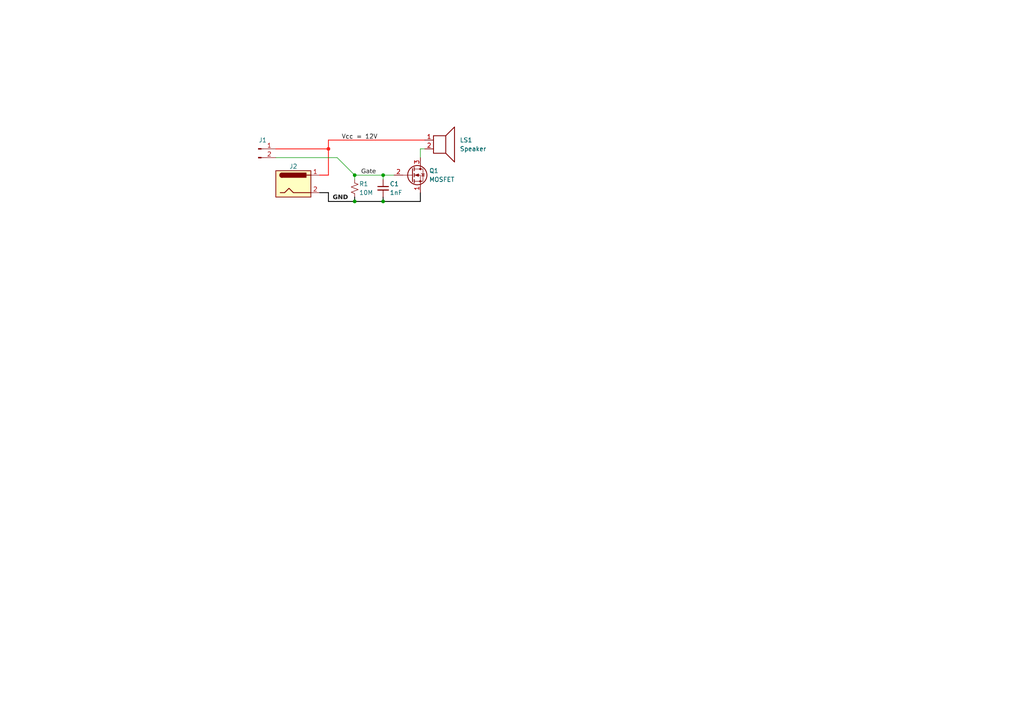
<source format=kicad_sch>
(kicad_sch (version 20230121) (generator eeschema)

  (uuid 5bb53502-9222-4955-b4ff-239e40588599)

  (paper "A4")

  (lib_symbols
    (symbol "Connector:Conn_01x02_Pin" (pin_names (offset 1.016) hide) (in_bom yes) (on_board yes)
      (property "Reference" "J" (at 0 2.54 0)
        (effects (font (size 1.27 1.27)))
      )
      (property "Value" "Conn_01x02_Pin" (at 0 -5.08 0)
        (effects (font (size 1.27 1.27)))
      )
      (property "Footprint" "" (at 0 0 0)
        (effects (font (size 1.27 1.27)) hide)
      )
      (property "Datasheet" "~" (at 0 0 0)
        (effects (font (size 1.27 1.27)) hide)
      )
      (property "ki_locked" "" (at 0 0 0)
        (effects (font (size 1.27 1.27)))
      )
      (property "ki_keywords" "connector" (at 0 0 0)
        (effects (font (size 1.27 1.27)) hide)
      )
      (property "ki_description" "Generic connector, single row, 01x02, script generated" (at 0 0 0)
        (effects (font (size 1.27 1.27)) hide)
      )
      (property "ki_fp_filters" "Connector*:*_1x??_*" (at 0 0 0)
        (effects (font (size 1.27 1.27)) hide)
      )
      (symbol "Conn_01x02_Pin_1_1"
        (polyline
          (pts
            (xy 1.27 -2.54)
            (xy 0.8636 -2.54)
          )
          (stroke (width 0.1524) (type default))
          (fill (type none))
        )
        (polyline
          (pts
            (xy 1.27 0)
            (xy 0.8636 0)
          )
          (stroke (width 0.1524) (type default))
          (fill (type none))
        )
        (rectangle (start 0.8636 -2.413) (end 0 -2.667)
          (stroke (width 0.1524) (type default))
          (fill (type outline))
        )
        (rectangle (start 0.8636 0.127) (end 0 -0.127)
          (stroke (width 0.1524) (type default))
          (fill (type outline))
        )
        (pin passive line (at 5.08 0 180) (length 3.81)
          (name "Pin_1" (effects (font (size 1.27 1.27))))
          (number "1" (effects (font (size 1.27 1.27))))
        )
        (pin passive line (at 5.08 -2.54 180) (length 3.81)
          (name "Pin_2" (effects (font (size 1.27 1.27))))
          (number "2" (effects (font (size 1.27 1.27))))
        )
      )
    )
    (symbol "Connector:Jack-DC" (pin_names (offset 1.016)) (in_bom yes) (on_board yes)
      (property "Reference" "J" (at 0 5.334 0)
        (effects (font (size 1.27 1.27)))
      )
      (property "Value" "Jack-DC" (at 0 -5.08 0)
        (effects (font (size 1.27 1.27)))
      )
      (property "Footprint" "" (at 1.27 -1.016 0)
        (effects (font (size 1.27 1.27)) hide)
      )
      (property "Datasheet" "~" (at 1.27 -1.016 0)
        (effects (font (size 1.27 1.27)) hide)
      )
      (property "ki_keywords" "DC power barrel jack connector" (at 0 0 0)
        (effects (font (size 1.27 1.27)) hide)
      )
      (property "ki_description" "DC Barrel Jack" (at 0 0 0)
        (effects (font (size 1.27 1.27)) hide)
      )
      (property "ki_fp_filters" "BarrelJack*" (at 0 0 0)
        (effects (font (size 1.27 1.27)) hide)
      )
      (symbol "Jack-DC_0_1"
        (rectangle (start -5.08 3.81) (end 5.08 -3.81)
          (stroke (width 0.254) (type default))
          (fill (type background))
        )
        (arc (start -3.302 3.175) (mid -3.9343 2.54) (end -3.302 1.905)
          (stroke (width 0.254) (type default))
          (fill (type none))
        )
        (arc (start -3.302 3.175) (mid -3.9343 2.54) (end -3.302 1.905)
          (stroke (width 0.254) (type default))
          (fill (type outline))
        )
        (polyline
          (pts
            (xy 5.08 2.54)
            (xy 3.81 2.54)
          )
          (stroke (width 0.254) (type default))
          (fill (type none))
        )
        (polyline
          (pts
            (xy -3.81 -2.54)
            (xy -2.54 -2.54)
            (xy -1.27 -1.27)
            (xy 0 -2.54)
            (xy 2.54 -2.54)
            (xy 5.08 -2.54)
          )
          (stroke (width 0.254) (type default))
          (fill (type none))
        )
        (rectangle (start 3.683 3.175) (end -3.302 1.905)
          (stroke (width 0.254) (type default))
          (fill (type outline))
        )
      )
      (symbol "Jack-DC_1_1"
        (pin passive line (at 7.62 2.54 180) (length 2.54)
          (name "~" (effects (font (size 1.27 1.27))))
          (number "1" (effects (font (size 1.27 1.27))))
        )
        (pin passive line (at 7.62 -2.54 180) (length 2.54)
          (name "~" (effects (font (size 1.27 1.27))))
          (number "2" (effects (font (size 1.27 1.27))))
        )
      )
    )
    (symbol "Device:C_Small" (pin_numbers hide) (pin_names (offset 0.254) hide) (in_bom yes) (on_board yes)
      (property "Reference" "C" (at 0.254 1.778 0)
        (effects (font (size 1.27 1.27)) (justify left))
      )
      (property "Value" "C_Small" (at 0.254 -2.032 0)
        (effects (font (size 1.27 1.27)) (justify left))
      )
      (property "Footprint" "" (at 0 0 0)
        (effects (font (size 1.27 1.27)) hide)
      )
      (property "Datasheet" "~" (at 0 0 0)
        (effects (font (size 1.27 1.27)) hide)
      )
      (property "ki_keywords" "capacitor cap" (at 0 0 0)
        (effects (font (size 1.27 1.27)) hide)
      )
      (property "ki_description" "Unpolarized capacitor, small symbol" (at 0 0 0)
        (effects (font (size 1.27 1.27)) hide)
      )
      (property "ki_fp_filters" "C_*" (at 0 0 0)
        (effects (font (size 1.27 1.27)) hide)
      )
      (symbol "C_Small_0_1"
        (polyline
          (pts
            (xy -1.524 -0.508)
            (xy 1.524 -0.508)
          )
          (stroke (width 0.3302) (type default))
          (fill (type none))
        )
        (polyline
          (pts
            (xy -1.524 0.508)
            (xy 1.524 0.508)
          )
          (stroke (width 0.3048) (type default))
          (fill (type none))
        )
      )
      (symbol "C_Small_1_1"
        (pin passive line (at 0 2.54 270) (length 2.032)
          (name "~" (effects (font (size 1.27 1.27))))
          (number "1" (effects (font (size 1.27 1.27))))
        )
        (pin passive line (at 0 -2.54 90) (length 2.032)
          (name "~" (effects (font (size 1.27 1.27))))
          (number "2" (effects (font (size 1.27 1.27))))
        )
      )
    )
    (symbol "Device:R_Small_US" (pin_numbers hide) (pin_names (offset 0.254) hide) (in_bom yes) (on_board yes)
      (property "Reference" "R" (at 0.762 0.508 0)
        (effects (font (size 1.27 1.27)) (justify left))
      )
      (property "Value" "R_Small_US" (at 0.762 -1.016 0)
        (effects (font (size 1.27 1.27)) (justify left))
      )
      (property "Footprint" "" (at 0 0 0)
        (effects (font (size 1.27 1.27)) hide)
      )
      (property "Datasheet" "~" (at 0 0 0)
        (effects (font (size 1.27 1.27)) hide)
      )
      (property "ki_keywords" "r resistor" (at 0 0 0)
        (effects (font (size 1.27 1.27)) hide)
      )
      (property "ki_description" "Resistor, small US symbol" (at 0 0 0)
        (effects (font (size 1.27 1.27)) hide)
      )
      (property "ki_fp_filters" "R_*" (at 0 0 0)
        (effects (font (size 1.27 1.27)) hide)
      )
      (symbol "R_Small_US_1_1"
        (polyline
          (pts
            (xy 0 0)
            (xy 1.016 -0.381)
            (xy 0 -0.762)
            (xy -1.016 -1.143)
            (xy 0 -1.524)
          )
          (stroke (width 0) (type default))
          (fill (type none))
        )
        (polyline
          (pts
            (xy 0 1.524)
            (xy 1.016 1.143)
            (xy 0 0.762)
            (xy -1.016 0.381)
            (xy 0 0)
          )
          (stroke (width 0) (type default))
          (fill (type none))
        )
        (pin passive line (at 0 2.54 270) (length 1.016)
          (name "~" (effects (font (size 1.27 1.27))))
          (number "1" (effects (font (size 1.27 1.27))))
        )
        (pin passive line (at 0 -2.54 90) (length 1.016)
          (name "~" (effects (font (size 1.27 1.27))))
          (number "2" (effects (font (size 1.27 1.27))))
        )
      )
    )
    (symbol "Device:Speaker" (pin_names (offset 0) hide) (in_bom yes) (on_board yes)
      (property "Reference" "LS" (at 1.27 5.715 0)
        (effects (font (size 1.27 1.27)) (justify right))
      )
      (property "Value" "Speaker" (at 1.27 3.81 0)
        (effects (font (size 1.27 1.27)) (justify right))
      )
      (property "Footprint" "" (at 0 -5.08 0)
        (effects (font (size 1.27 1.27)) hide)
      )
      (property "Datasheet" "~" (at -0.254 -1.27 0)
        (effects (font (size 1.27 1.27)) hide)
      )
      (property "ki_keywords" "speaker sound" (at 0 0 0)
        (effects (font (size 1.27 1.27)) hide)
      )
      (property "ki_description" "Speaker" (at 0 0 0)
        (effects (font (size 1.27 1.27)) hide)
      )
      (symbol "Speaker_0_0"
        (rectangle (start -2.54 1.27) (end 1.016 -3.81)
          (stroke (width 0.254) (type default))
          (fill (type none))
        )
        (polyline
          (pts
            (xy 1.016 1.27)
            (xy 3.556 3.81)
            (xy 3.556 -6.35)
            (xy 1.016 -3.81)
          )
          (stroke (width 0.254) (type default))
          (fill (type none))
        )
      )
      (symbol "Speaker_1_1"
        (pin input line (at -5.08 0 0) (length 2.54)
          (name "1" (effects (font (size 1.27 1.27))))
          (number "1" (effects (font (size 1.27 1.27))))
        )
        (pin input line (at -5.08 -2.54 0) (length 2.54)
          (name "2" (effects (font (size 1.27 1.27))))
          (number "2" (effects (font (size 1.27 1.27))))
        )
      )
    )
    (symbol "Transistor_FET:2N7000" (pin_names hide) (in_bom yes) (on_board yes)
      (property "Reference" "Q" (at 5.08 1.905 0)
        (effects (font (size 1.27 1.27)) (justify left))
      )
      (property "Value" "2N7000" (at 5.08 0 0)
        (effects (font (size 1.27 1.27)) (justify left))
      )
      (property "Footprint" "Package_TO_SOT_THT:TO-92_Inline" (at 5.08 -1.905 0)
        (effects (font (size 1.27 1.27) italic) (justify left) hide)
      )
      (property "Datasheet" "https://www.vishay.com/docs/70226/70226.pdf" (at 0 0 0)
        (effects (font (size 1.27 1.27)) (justify left) hide)
      )
      (property "ki_keywords" "N-Channel MOSFET Logic-Level" (at 0 0 0)
        (effects (font (size 1.27 1.27)) hide)
      )
      (property "ki_description" "0.2A Id, 200V Vds, N-Channel MOSFET, 2.6V Logic Level, TO-92" (at 0 0 0)
        (effects (font (size 1.27 1.27)) hide)
      )
      (property "ki_fp_filters" "TO?92*" (at 0 0 0)
        (effects (font (size 1.27 1.27)) hide)
      )
      (symbol "2N7000_0_1"
        (polyline
          (pts
            (xy 0.254 0)
            (xy -2.54 0)
          )
          (stroke (width 0) (type default))
          (fill (type none))
        )
        (polyline
          (pts
            (xy 0.254 1.905)
            (xy 0.254 -1.905)
          )
          (stroke (width 0.254) (type default))
          (fill (type none))
        )
        (polyline
          (pts
            (xy 0.762 -1.27)
            (xy 0.762 -2.286)
          )
          (stroke (width 0.254) (type default))
          (fill (type none))
        )
        (polyline
          (pts
            (xy 0.762 0.508)
            (xy 0.762 -0.508)
          )
          (stroke (width 0.254) (type default))
          (fill (type none))
        )
        (polyline
          (pts
            (xy 0.762 2.286)
            (xy 0.762 1.27)
          )
          (stroke (width 0.254) (type default))
          (fill (type none))
        )
        (polyline
          (pts
            (xy 2.54 2.54)
            (xy 2.54 1.778)
          )
          (stroke (width 0) (type default))
          (fill (type none))
        )
        (polyline
          (pts
            (xy 2.54 -2.54)
            (xy 2.54 0)
            (xy 0.762 0)
          )
          (stroke (width 0) (type default))
          (fill (type none))
        )
        (polyline
          (pts
            (xy 0.762 -1.778)
            (xy 3.302 -1.778)
            (xy 3.302 1.778)
            (xy 0.762 1.778)
          )
          (stroke (width 0) (type default))
          (fill (type none))
        )
        (polyline
          (pts
            (xy 1.016 0)
            (xy 2.032 0.381)
            (xy 2.032 -0.381)
            (xy 1.016 0)
          )
          (stroke (width 0) (type default))
          (fill (type outline))
        )
        (polyline
          (pts
            (xy 2.794 0.508)
            (xy 2.921 0.381)
            (xy 3.683 0.381)
            (xy 3.81 0.254)
          )
          (stroke (width 0) (type default))
          (fill (type none))
        )
        (polyline
          (pts
            (xy 3.302 0.381)
            (xy 2.921 -0.254)
            (xy 3.683 -0.254)
            (xy 3.302 0.381)
          )
          (stroke (width 0) (type default))
          (fill (type none))
        )
        (circle (center 1.651 0) (radius 2.794)
          (stroke (width 0.254) (type default))
          (fill (type none))
        )
        (circle (center 2.54 -1.778) (radius 0.254)
          (stroke (width 0) (type default))
          (fill (type outline))
        )
        (circle (center 2.54 1.778) (radius 0.254)
          (stroke (width 0) (type default))
          (fill (type outline))
        )
      )
      (symbol "2N7000_1_1"
        (pin passive line (at 2.54 -5.08 90) (length 2.54)
          (name "S" (effects (font (size 1.27 1.27))))
          (number "1" (effects (font (size 1.27 1.27))))
        )
        (pin input line (at -5.08 0 0) (length 2.54)
          (name "G" (effects (font (size 1.27 1.27))))
          (number "2" (effects (font (size 1.27 1.27))))
        )
        (pin passive line (at 2.54 5.08 270) (length 2.54)
          (name "D" (effects (font (size 1.27 1.27))))
          (number "3" (effects (font (size 1.27 1.27))))
        )
      )
    )
  )

  (junction (at 102.87 50.8) (diameter 0) (color 0 0 0 0)
    (uuid 8e4aa1ae-4204-4cf9-a89d-2331a3d4607b)
  )
  (junction (at 95.25 43.18) (diameter 0) (color 255 29 22 1)
    (uuid a878a0b0-6e25-4c66-9a05-77b74bc7d148)
  )
  (junction (at 102.87 58.42) (diameter 0) (color 0 0 0 0)
    (uuid c464f286-1f85-4872-862a-41e4ea7a0e81)
  )
  (junction (at 111.125 58.42) (diameter 0) (color 0 0 0 0)
    (uuid d5cc3adf-e1cb-46c0-9239-4f30d838d987)
  )
  (junction (at 111.125 50.8) (diameter 0) (color 0 0 0 0)
    (uuid e5f9e89a-b247-4d84-94ca-5826ef8f7076)
  )

  (wire (pts (xy 111.125 57.15) (xy 111.125 58.42))
    (stroke (width 0.25) (type default) (color 0 0 0 1))
    (uuid 1532e339-d664-4814-ad00-f7e0b60a915d)
  )
  (wire (pts (xy 92.71 50.8) (xy 95.25 50.8))
    (stroke (width 0.25) (type default) (color 255 0 0 1))
    (uuid 1a6eeef8-9d4e-4725-8690-c90f033ae1f2)
  )
  (wire (pts (xy 80.01 43.18) (xy 95.25 43.18))
    (stroke (width 0.25) (type default) (color 255 29 22 1))
    (uuid 28a70cf2-8f6f-4ffa-b65b-d2fb441aa1d3)
  )
  (wire (pts (xy 121.92 45.72) (xy 121.92 43.18))
    (stroke (width 0) (type default))
    (uuid 405d03ee-0125-4196-87f2-a343caa9a58c)
  )
  (wire (pts (xy 102.87 58.42) (xy 111.125 58.42))
    (stroke (width 0.25) (type default) (color 0 0 0 1))
    (uuid 42b886d0-78b7-4e6b-8510-f6ee616c717a)
  )
  (wire (pts (xy 95.25 58.42) (xy 102.87 58.42))
    (stroke (width 0.25) (type default) (color 0 0 0 1))
    (uuid 5a7bcf49-4409-41d5-8418-9fe625ff5470)
  )
  (wire (pts (xy 80.01 45.72) (xy 97.79 45.72))
    (stroke (width 0) (type default))
    (uuid 5d278547-1472-4a50-8538-e5a31e87f17b)
  )
  (wire (pts (xy 102.87 50.8) (xy 102.87 52.07))
    (stroke (width 0) (type default))
    (uuid 67faaf5f-79a9-435e-9d93-0a8e2662c96f)
  )
  (wire (pts (xy 95.25 55.88) (xy 92.71 55.88))
    (stroke (width 0.25) (type default) (color 0 0 0 1))
    (uuid 7eea3a34-c37b-4918-8146-2719b0deb42d)
  )
  (wire (pts (xy 102.87 57.15) (xy 102.87 58.42))
    (stroke (width 0.25) (type default) (color 0 0 0 1))
    (uuid 887f5a14-9e38-410c-ad21-aa29f3fddc33)
  )
  (wire (pts (xy 102.87 50.8) (xy 111.125 50.8))
    (stroke (width 0) (type default))
    (uuid 905cfec7-9ddd-4213-a9b1-34921074e074)
  )
  (wire (pts (xy 111.125 52.07) (xy 111.125 50.8))
    (stroke (width 0) (type default))
    (uuid bbfa4586-0fe8-4f81-a492-8b20f7e2c47d)
  )
  (wire (pts (xy 95.25 43.18) (xy 95.25 50.8))
    (stroke (width 0.25) (type default) (color 255 29 22 1))
    (uuid bc9f3f27-8450-49d6-9be9-02ba04a6f6d0)
  )
  (wire (pts (xy 121.92 43.18) (xy 123.19 43.18))
    (stroke (width 0) (type default))
    (uuid bcb2d9d5-7c29-4593-9242-dbf0d7eb87b1)
  )
  (wire (pts (xy 97.79 45.72) (xy 102.87 50.8))
    (stroke (width 0) (type default))
    (uuid bcfcd43c-2a51-4bb6-8983-068fe32ab0f7)
  )
  (wire (pts (xy 111.125 58.42) (xy 121.92 58.42))
    (stroke (width 0.25) (type default) (color 0 0 0 1))
    (uuid c174278e-00ee-498d-864b-36a72ca350fc)
  )
  (wire (pts (xy 95.25 43.18) (xy 95.25 40.64))
    (stroke (width 0.25) (type default) (color 255 29 22 1))
    (uuid ca6a8b66-d250-4d3d-92c3-d300b74f3cba)
  )
  (wire (pts (xy 121.92 58.42) (xy 121.92 55.88))
    (stroke (width 0.25) (type default) (color 0 0 0 1))
    (uuid d7f3ab65-dbf3-4372-9abe-f15615676a1e)
  )
  (wire (pts (xy 111.125 50.8) (xy 114.3 50.8))
    (stroke (width 0) (type default))
    (uuid ed433e28-43b9-425d-8278-228860bddde9)
  )
  (wire (pts (xy 95.25 40.64) (xy 123.19 40.64))
    (stroke (width 0.25) (type default) (color 255 29 22 1))
    (uuid f9982365-7695-4396-94cd-2cfad67a5ec9)
  )
  (wire (pts (xy 95.25 55.88) (xy 95.25 58.42))
    (stroke (width 0.25) (type default) (color 0 0 0 1))
    (uuid fc06b988-25c3-42eb-a4d3-d86ac620f268)
  )

  (label "Vcc = 12V" (at 99.06 40.64 0) (fields_autoplaced)
    (effects (font (size 1.27 1.27)) (justify left bottom))
    (uuid 2fbe6394-5ab1-4d91-b9a2-d02cc9432f8b)
  )
  (label "Gate" (at 104.775 50.8 0) (fields_autoplaced)
    (effects (font (face "Broadway") (size 1.27 1.27)) (justify left bottom))
    (uuid de520e35-d27c-4e77-8fb8-b790947d1181)
  )
  (label "GND" (at 96.52 58.42 0) (fields_autoplaced)
    (effects (font (face "Bookman Old Style") (size 1.27 1.27) (thickness 0.254) bold) (justify left bottom))
    (uuid e0775651-3d37-42a9-a466-1589f70de10f)
  )

  (symbol (lib_id "Device:R_Small_US") (at 102.87 54.61 0) (unit 1)
    (in_bom yes) (on_board yes) (dnp no)
    (uuid 1f38825f-6252-402f-a556-51780145eec0)
    (property "Reference" "R1" (at 104.14 53.34 0)
      (effects (font (size 1.27 1.27)) (justify left))
    )
    (property "Value" "10M" (at 104.14 55.88 0)
      (effects (font (size 1.27 1.27)) (justify left))
    )
    (property "Footprint" "Resistor_THT:R_Axial_DIN0204_L3.6mm_D1.6mm_P2.54mm_Vertical" (at 102.87 54.61 0)
      (effects (font (size 1.27 1.27)) hide)
    )
    (property "Datasheet" "~" (at 102.87 54.61 0)
      (effects (font (size 1.27 1.27)) hide)
    )
    (property "Part Number" "CF18JT10M0CT-ND" (at 102.87 54.61 0)
      (effects (font (size 1.27 1.27)) hide)
    )
    (pin "1" (uuid 5499734b-c35e-4cc2-a491-1e1e4ddae5a3))
    (pin "2" (uuid 508023e2-f028-4548-ac20-2c41b36f3ceb))
    (instances
      (project "v7_Tutorial_Water_Alarm_TINY_AUG_2023"
        (path "/5bb53502-9222-4955-b4ff-239e40588599"
          (reference "R1") (unit 1)
        )
      )
    )
  )

  (symbol (lib_id "Transistor_FET:2N7000") (at 119.38 50.8 0) (unit 1)
    (in_bom yes) (on_board yes) (dnp no)
    (uuid 5dc84f55-325e-40d5-9de3-628f82b5c1f3)
    (property "Reference" "Q1" (at 124.46 49.53 0)
      (effects (font (size 1.27 1.27)) (justify left))
    )
    (property "Value" "MOSFET" (at 124.46 52.07 0)
      (effects (font (size 1.27 1.27)) (justify left))
    )
    (property "Footprint" "Package_TO_SOT_THT:TO-92_Inline" (at 124.46 52.705 0)
      (effects (font (size 1.27 1.27) italic) (justify left) hide)
    )
    (property "Datasheet" "https://www.vishay.com/docs/70226/70226.pdf" (at 119.38 50.8 0)
      (effects (font (size 1.27 1.27)) (justify left) hide)
    )
    (property "Part Number" "2N7000BU-ND" (at 119.38 50.8 0)
      (effects (font (size 1.27 1.27)) hide)
    )
    (pin "1" (uuid 9759aeb4-6e9b-401b-9802-6a4c1d406454))
    (pin "2" (uuid 588e362e-1439-4a10-a1ce-99d937f0a226))
    (pin "3" (uuid 572e8389-eed7-4d52-90d4-ea293284be6f))
    (instances
      (project "v7_Tutorial_Water_Alarm_TINY_AUG_2023"
        (path "/5bb53502-9222-4955-b4ff-239e40588599"
          (reference "Q1") (unit 1)
        )
      )
    )
  )

  (symbol (lib_id "Device:C_Small") (at 111.125 54.61 0) (unit 1)
    (in_bom yes) (on_board yes) (dnp no)
    (uuid 70651f32-c653-43f6-8a69-1f1af2fe6eb1)
    (property "Reference" "C1" (at 113.03 53.34 0)
      (effects (font (size 1.27 1.27)) (justify left))
    )
    (property "Value" "1nF" (at 113.03 55.88 0)
      (effects (font (size 1.27 1.27)) (justify left))
    )
    (property "Footprint" "Capacitor_THT:C_Disc_D4.3mm_W1.9mm_P5.00mm" (at 111.125 54.61 0)
      (effects (font (size 1.27 1.27)) hide)
    )
    (property "Datasheet" "~" (at 111.125 54.61 0)
      (effects (font (size 1.27 1.27)) hide)
    )
    (property "Part Number" "BC2659CT-ND " (at 111.125 54.61 0)
      (effects (font (size 1.27 1.27)) hide)
    )
    (pin "1" (uuid 64cfeda1-8509-4f57-85d6-1bc2a4e10ae1))
    (pin "2" (uuid bbc021f7-3d7f-45ce-bf20-16dff5c14d5d))
    (instances
      (project "v7_Tutorial_Water_Alarm_TINY_AUG_2023"
        (path "/5bb53502-9222-4955-b4ff-239e40588599"
          (reference "C1") (unit 1)
        )
      )
    )
  )

  (symbol (lib_id "Device:Speaker") (at 128.27 40.64 0) (unit 1)
    (in_bom yes) (on_board yes) (dnp no)
    (uuid 933ed5b5-00c3-42e0-8143-1464d7237c98)
    (property "Reference" "LS1" (at 133.35 40.64 0)
      (effects (font (size 1.27 1.27)) (justify left))
    )
    (property "Value" "Speaker" (at 133.35 43.18 0)
      (effects (font (size 1.27 1.27)) (justify left))
    )
    (property "Footprint" "BG_Buzzers:Buzzer_668-1652-ND_AI-3035-TT-12V-R___D30.4mm_P15.0mm" (at 128.27 45.72 0)
      (effects (font (size 1.27 1.27)) hide)
    )
    (property "Datasheet" "~" (at 128.016 41.91 0)
      (effects (font (size 1.27 1.27)) hide)
    )
    (property "Part Number" "668-1652-ND " (at 128.27 40.64 0)
      (effects (font (size 1.27 1.27)) hide)
    )
    (pin "1" (uuid 70b9b647-da15-4f6b-94da-1dcb38c83059))
    (pin "2" (uuid a38ed9b6-d5fd-4e7f-87d2-aea3ec3461c4))
    (instances
      (project "v7_Tutorial_Water_Alarm_TINY_AUG_2023"
        (path "/5bb53502-9222-4955-b4ff-239e40588599"
          (reference "LS1") (unit 1)
        )
      )
    )
  )

  (symbol (lib_id "Connector:Conn_01x02_Pin") (at 74.93 43.18 0) (unit 1)
    (in_bom yes) (on_board yes) (dnp no)
    (uuid eecd4709-2086-4e70-a61f-f95196006807)
    (property "Reference" "J1" (at 76.2 40.64 0)
      (effects (font (size 1.27 1.27)))
    )
    (property "Value" "Conn_01x02_Pin" (at 75.565 40.64 0)
      (effects (font (size 1.27 1.27)) hide)
    )
    (property "Footprint" "BG_Mechanical:TerminalBlock_2057-EBBA-02-C-SS-BU-ND__EBBA-02-C-SS-BU__1x02_P5.00mm_Horizontal" (at 74.93 43.18 0)
      (effects (font (size 1.27 1.27)) hide)
    )
    (property "Datasheet" "~" (at 74.93 43.18 0)
      (effects (font (size 1.27 1.27)) hide)
    )
    (property "Part Number" "2057-EBBA-02-C-SS-BU-ND" (at 74.93 43.18 0)
      (effects (font (size 1.27 1.27)) hide)
    )
    (pin "1" (uuid 548afc2a-5265-4da5-bffd-4f0120093cb5))
    (pin "2" (uuid f4c16cfc-8ccc-4e49-97b1-2790bef52527))
    (instances
      (project "v7_Tutorial_Water_Alarm_TINY_AUG_2023"
        (path "/5bb53502-9222-4955-b4ff-239e40588599"
          (reference "J1") (unit 1)
        )
      )
    )
  )

  (symbol (lib_id "Connector:Jack-DC") (at 85.09 53.34 0) (unit 1)
    (in_bom yes) (on_board yes) (dnp no)
    (uuid ff1da7c0-f6c2-407a-9e74-6dd3968b1a61)
    (property "Reference" "J2" (at 85.09 48.26 0)
      (effects (font (size 1.27 1.27)))
    )
    (property "Value" "Jack-DC" (at 85.09 46.99 0)
      (effects (font (size 1.27 1.27)) hide)
    )
    (property "Footprint" "BG_Mechanical:BarrelJack_CP-037A-ND_PJ-037A_Horizontal" (at 86.36 54.356 0)
      (effects (font (size 1.27 1.27)) hide)
    )
    (property "Datasheet" "~" (at 86.36 54.356 0)
      (effects (font (size 1.27 1.27)) hide)
    )
    (property "Part Number" "CP-037A-ND" (at 85.09 53.34 0)
      (effects (font (size 1.27 1.27)) hide)
    )
    (pin "1" (uuid 3f505899-ba86-4ead-93de-e7d108e14ccb))
    (pin "2" (uuid d8b832f1-05fd-42ba-b45b-8906d61c6f79))
    (instances
      (project "v7_Tutorial_Water_Alarm_TINY_AUG_2023"
        (path "/5bb53502-9222-4955-b4ff-239e40588599"
          (reference "J2") (unit 1)
        )
      )
    )
  )

  (sheet_instances
    (path "/" (page "1"))
  )
)

</source>
